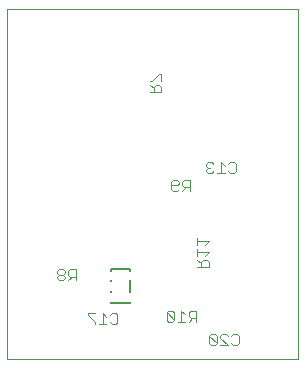
<source format=gbo>
G75*
%MOIN*%
%OFA0B0*%
%FSLAX24Y24*%
%IPPOS*%
%LPD*%
%AMOC8*
5,1,8,0,0,1.08239X$1,22.5*
%
%ADD10C,0.0000*%
%ADD11C,0.0030*%
%ADD12C,0.0060*%
D10*
X000100Y000100D02*
X000100Y011785D01*
X009785Y011785D01*
X009785Y000100D01*
X000100Y000100D01*
D11*
X001829Y002731D02*
X001953Y002731D01*
X002014Y002792D01*
X002014Y002854D01*
X001953Y002916D01*
X001829Y002916D01*
X001767Y002854D01*
X001767Y002792D01*
X001829Y002731D01*
X001829Y002916D02*
X001767Y002978D01*
X001767Y003039D01*
X001829Y003101D01*
X001953Y003101D01*
X002014Y003039D01*
X002014Y002978D01*
X001953Y002916D01*
X002136Y002916D02*
X002197Y002854D01*
X002383Y002854D01*
X002383Y002731D02*
X002383Y003101D01*
X002197Y003101D01*
X002136Y003039D01*
X002136Y002916D01*
X002259Y002854D02*
X002136Y002731D01*
X002790Y001647D02*
X002790Y001585D01*
X003037Y001338D01*
X003037Y001276D01*
X003159Y001276D02*
X003406Y001276D01*
X003282Y001276D02*
X003282Y001647D01*
X003406Y001523D01*
X003527Y001585D02*
X003589Y001647D01*
X003712Y001647D01*
X003774Y001585D01*
X003774Y001338D01*
X003712Y001276D01*
X003589Y001276D01*
X003527Y001338D01*
X003037Y001647D02*
X002790Y001647D01*
X005409Y001661D02*
X005409Y001415D01*
X005471Y001353D01*
X005594Y001353D01*
X005656Y001415D01*
X005409Y001661D01*
X005471Y001723D01*
X005594Y001723D01*
X005656Y001661D01*
X005656Y001415D01*
X005778Y001353D02*
X006024Y001353D01*
X005901Y001353D02*
X005901Y001723D01*
X006024Y001600D01*
X006146Y001661D02*
X006146Y001538D01*
X006208Y001476D01*
X006393Y001476D01*
X006393Y001353D02*
X006393Y001723D01*
X006208Y001723D01*
X006146Y001661D01*
X006269Y001476D02*
X006146Y001353D01*
X006832Y000874D02*
X006832Y000627D01*
X006894Y000565D01*
X007018Y000565D01*
X007079Y000627D01*
X006832Y000874D01*
X006894Y000936D01*
X007018Y000936D01*
X007079Y000874D01*
X007079Y000627D01*
X007201Y000565D02*
X007448Y000565D01*
X007201Y000812D01*
X007201Y000874D01*
X007262Y000936D01*
X007386Y000936D01*
X007448Y000874D01*
X007569Y000874D02*
X007631Y000936D01*
X007754Y000936D01*
X007816Y000874D01*
X007816Y000627D01*
X007754Y000565D01*
X007631Y000565D01*
X007569Y000627D01*
X006810Y003170D02*
X006439Y003170D01*
X006563Y003170D02*
X006563Y003355D01*
X006625Y003416D01*
X006748Y003416D01*
X006810Y003355D01*
X006810Y003170D01*
X006563Y003293D02*
X006439Y003416D01*
X006439Y003538D02*
X006439Y003785D01*
X006439Y003906D02*
X006439Y004153D01*
X006439Y004030D02*
X006810Y004030D01*
X006686Y003906D01*
X006810Y003661D02*
X006439Y003661D01*
X006686Y003538D02*
X006810Y003661D01*
X006181Y005706D02*
X006181Y006076D01*
X005996Y006076D01*
X005935Y006014D01*
X005935Y005891D01*
X005996Y005829D01*
X006181Y005829D01*
X006058Y005829D02*
X005935Y005706D01*
X005813Y005767D02*
X005751Y005706D01*
X005628Y005706D01*
X005566Y005767D01*
X005566Y006014D01*
X005628Y006076D01*
X005751Y006076D01*
X005813Y006014D01*
X005813Y005952D01*
X005751Y005891D01*
X005566Y005891D01*
X006727Y006358D02*
X006789Y006296D01*
X006913Y006296D01*
X006974Y006358D01*
X007096Y006296D02*
X007343Y006296D01*
X007219Y006296D02*
X007219Y006666D01*
X007343Y006543D01*
X007464Y006605D02*
X007526Y006666D01*
X007649Y006666D01*
X007711Y006605D01*
X007711Y006358D01*
X007649Y006296D01*
X007526Y006296D01*
X007464Y006358D01*
X006974Y006605D02*
X006913Y006666D01*
X006789Y006666D01*
X006727Y006605D01*
X006727Y006543D01*
X006789Y006481D01*
X006727Y006420D01*
X006727Y006358D01*
X006789Y006481D02*
X006851Y006481D01*
X005235Y009004D02*
X004865Y009004D01*
X004988Y009004D02*
X004988Y009190D01*
X005050Y009251D01*
X005173Y009251D01*
X005235Y009190D01*
X005235Y009004D01*
X004988Y009128D02*
X004865Y009251D01*
X004865Y009373D02*
X004926Y009373D01*
X005173Y009620D01*
X005235Y009620D01*
X005235Y009373D01*
D12*
X004198Y003093D02*
X003561Y003093D01*
X003561Y003056D01*
X003561Y002739D02*
X003561Y002702D01*
X003561Y002365D02*
X003561Y002328D01*
X003561Y002010D02*
X003561Y001973D01*
X004198Y001973D01*
X004198Y002010D01*
X004198Y002328D02*
X004198Y002739D01*
X004198Y003056D02*
X004198Y003093D01*
M02*

</source>
